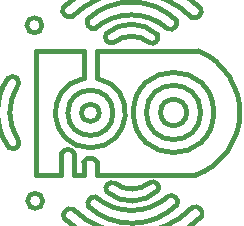
<source format=gbr>
%TF.GenerationSoftware,KiCad,Pcbnew,8.0.5*%
%TF.CreationDate,2024-10-13T16:52:23-07:00*%
%TF.ProjectId,Atmega_BM83,41746d65-6761-45f4-924d-38332e6b6963,rev?*%
%TF.SameCoordinates,Original*%
%TF.FileFunction,Legend,Bot*%
%TF.FilePolarity,Positive*%
%FSLAX46Y46*%
G04 Gerber Fmt 4.6, Leading zero omitted, Abs format (unit mm)*
G04 Created by KiCad (PCBNEW 8.0.5) date 2024-10-13 16:52:23*
%MOMM*%
%LPD*%
G01*
G04 APERTURE LIST*
%ADD10C,0.400000*%
G04 APERTURE END LIST*
D10*
X150794111Y-105909759D02*
G75*
G02*
X150078415Y-106644054I-502211J-226441D01*
G01*
X152881500Y-104923872D02*
G75*
G02*
X152108482Y-105681370I-553900J-207928D01*
G01*
X142953716Y-110843949D02*
X142953716Y-108511315D01*
X152690050Y-108511315D02*
X144085627Y-108511315D01*
X152178572Y-121747072D02*
G75*
G02*
X142043618Y-121903142I-5144972J4954372D01*
G01*
X141972577Y-105613765D02*
G75*
G02*
X152108482Y-105681372I5034383J-5066725D01*
G01*
X137355993Y-115951912D02*
G75*
G02*
X136660092Y-116715867I-395693J-338488D01*
G01*
X145529709Y-107776815D02*
G75*
G02*
X148492614Y-107792803I1471491J-1854085D01*
G01*
X138930369Y-108511315D02*
X138930369Y-119032421D01*
X144085627Y-110843982D02*
G75*
G02*
X142953716Y-110843950I-566037J-2907878D01*
G01*
X141053043Y-119032421D02*
X141053043Y-117204302D01*
X152178572Y-121747072D02*
G75*
G02*
X152958183Y-122497803I223828J-547728D01*
G01*
X136563438Y-110816967D02*
G75*
G02*
X137307703Y-111571291I372162J-377133D01*
G01*
X142163640Y-119032421D02*
X142947014Y-119032421D01*
X153957312Y-113721123D02*
G75*
G02*
X147166310Y-113721123I-3395501J0D01*
G01*
X147166310Y-113721123D02*
G75*
G02*
X153957312Y-113721123I3395501J0D01*
G01*
X152859106Y-113721123D02*
G75*
G02*
X148264516Y-113721123I-2297295J0D01*
G01*
X148264516Y-113721123D02*
G75*
G02*
X152859106Y-113721123I2297295J0D01*
G01*
X144264232Y-113751846D02*
G75*
G02*
X142774850Y-113751846I-744691J0D01*
G01*
X142774850Y-113751846D02*
G75*
G02*
X144264232Y-113751846I744691J0D01*
G01*
X148544399Y-119667247D02*
G75*
G02*
X145581767Y-119709110I-1507399J1824947D01*
G01*
X141053043Y-117204302D02*
X141053043Y-119032421D01*
X149251822Y-120317729D02*
G75*
G02*
X144914695Y-120440569I-2235322J2295629D01*
G01*
X142163640Y-117204302D02*
X142163640Y-119032421D01*
X141972577Y-105613765D02*
G75*
G02*
X141209749Y-104846026I-202977J561165D01*
G01*
X139496898Y-121205208D02*
G75*
G02*
X138206558Y-121205208I-645170J0D01*
G01*
X138206558Y-121205208D02*
G75*
G02*
X139496898Y-121205208I645170J0D01*
G01*
X152690050Y-108511315D02*
G75*
G02*
X152422347Y-119032417I-2128240J-5209805D01*
G01*
X144057611Y-117922791D02*
X144057611Y-119032421D01*
X150862259Y-121530163D02*
G75*
G02*
X143348990Y-121665801I-3827659J3866363D01*
G01*
X141287526Y-122677488D02*
G75*
G02*
X142043632Y-121903148I558074J211388D01*
G01*
X144914730Y-120440528D02*
G75*
G02*
X145581760Y-119709126I435570J272628D01*
G01*
X138930369Y-119032421D02*
X141053043Y-119032421D01*
X142163640Y-117204303D02*
X142163640Y-119032421D01*
X150140221Y-120802227D02*
G75*
G02*
X143966177Y-120870558I-3125221J3417327D01*
G01*
X144856316Y-107051246D02*
G75*
G02*
X149194271Y-107136243I2122784J-2400054D01*
G01*
X136660091Y-116715868D02*
G75*
G02*
X136563436Y-110816966I3873919J3013718D01*
G01*
X151669546Y-113721123D02*
G75*
G02*
X149454076Y-113721123I-1107735J0D01*
G01*
X149454076Y-113721123D02*
G75*
G02*
X151669546Y-113721123I1107735J0D01*
G01*
X152958171Y-122497799D02*
G75*
G02*
X141287501Y-122677514I-5924571J5705099D01*
G01*
X141053043Y-117204302D02*
G75*
G02*
X142163573Y-117204335I555257J-270498D01*
G01*
X143348963Y-121665830D02*
G75*
G02*
X143966200Y-120870565I539637J218330D01*
G01*
X142947014Y-119032421D02*
X142947014Y-117922682D01*
X143279918Y-105839652D02*
G75*
G02*
X150794106Y-105909764I3720382J-3969648D01*
G01*
X149194314Y-107136198D02*
G75*
G02*
X148492554Y-107792893I-444314J-228502D01*
G01*
X137355993Y-115951912D02*
G75*
G02*
X137307664Y-111571252I3445807J2228612D01*
G01*
X144057611Y-119032421D02*
X152422348Y-119032421D01*
X143904075Y-106629541D02*
G75*
G02*
X150078453Y-106643966I3079125J-3458959D01*
G01*
X148544399Y-119667247D02*
G75*
G02*
X149251816Y-120317726I261101J-425953D01*
G01*
X143904075Y-106629541D02*
G75*
G02*
X143279886Y-105839639I-82675J576241D01*
G01*
X141209731Y-104846019D02*
G75*
G02*
X152881502Y-104923870I5797229J-5834471D01*
G01*
X150140221Y-120802227D02*
G75*
G02*
X150862168Y-121530123I217879J-505873D01*
G01*
X144085627Y-108511315D02*
X144085627Y-110843982D01*
X145529709Y-107776815D02*
G75*
G02*
X144856293Y-107051232I-235509J456715D01*
G01*
X139432042Y-106339497D02*
G75*
G02*
X138141704Y-106339497I-645169J0D01*
G01*
X138141704Y-106339497D02*
G75*
G02*
X139432042Y-106339497I645169J0D01*
G01*
X142947014Y-117922682D02*
G75*
G02*
X144057634Y-117922780I555286J-270618D01*
G01*
X142953716Y-108511315D02*
X138930369Y-108511315D01*
X145431391Y-113751846D02*
G75*
G02*
X141607691Y-113751846I-1911850J0D01*
G01*
X141607691Y-113751846D02*
G75*
G02*
X145431391Y-113751846I1911850J0D01*
G01*
M02*

</source>
